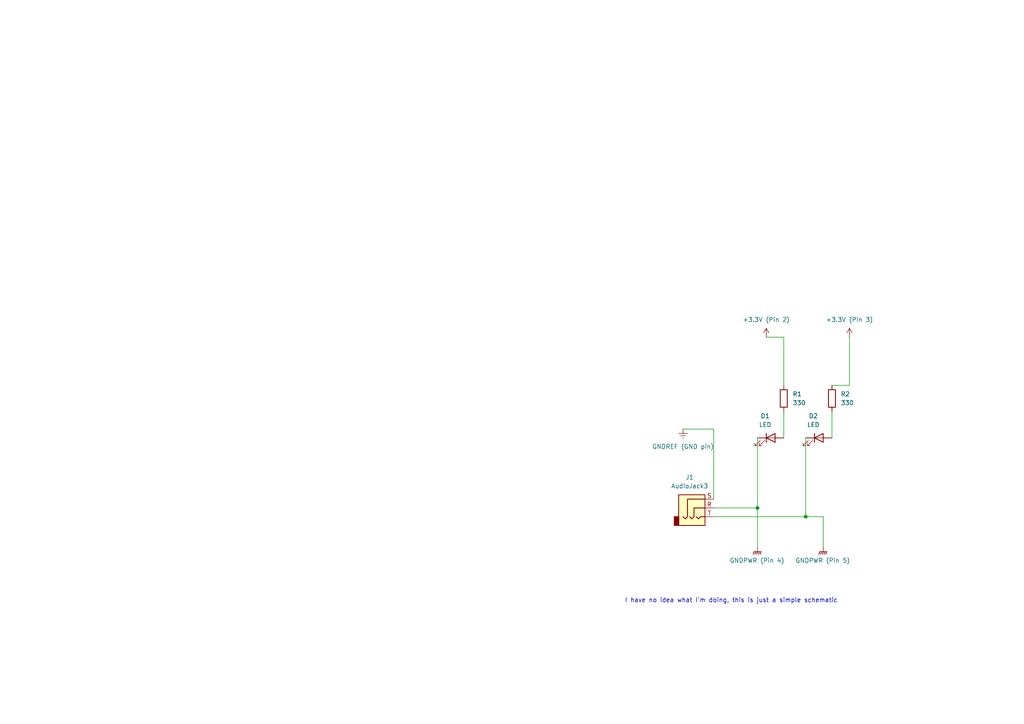
<source format=kicad_sch>
(kicad_sch (version 20250114) (generator "eeschema") (generator_version "9.0")
  (paper "A4")
  (lib_symbols
    (symbol "Connector_Audio:AudioJack3"
      (property "Reference" "J" (at 0 8.89 0))
      (property "Value" "AudioJack3" (at 0 6.35 0))
      (symbol "AudioJack3_0_1"
        (rectangle (start -5.08 -5.08) (end -6.35 -2.54) (stroke (width 0.254)) (fill (type outline)))
        (polyline (pts (xy -1.905 -2.54) (xy -1.27 -3.175) (xy -0.635 -2.54) (xy -0.635 0) (xy 2.54 0)) (stroke (width 0.254)))
        (polyline (pts (xy 0 -2.54) (xy 0.635 -3.175) (xy 1.27 -2.54) (xy 2.54 -2.54)) (stroke (width 0.254)))
        (rectangle (start 2.54 3.81) (end -5.08 -5.08) (stroke (width 0.254)) (fill (type background)))
        (polyline (pts (xy 2.54 2.54) (xy -2.54 2.54) (xy -2.54 -2.54) (xy -3.175 -3.175) (xy -3.81 -2.54)) (stroke (width 0.254)))
      )
      (symbol "AudioJack3_1_1"
        (pin passive line (at 5.08 2.54 180) (length 2.54) (name "~") (number "S"))
        (pin passive line (at 5.08 0 180) (length 2.54) (name "~") (number "R"))
        (pin passive line (at 5.08 -2.54 180) (length 2.54) (name "~") (number "T"))
      )
    )
    (symbol "Device:LED" (pin_numbers (hide yes)) (pin_names (offset 1.016) (hide yes))
      (property "Reference" "D" (at 0 2.54 0))
      (property "Value" "LED" (at 0 -2.54 0))
      (symbol "LED_0_1"
        (polyline (pts (xy -3.048 -0.762) (xy -4.572 -2.286) (xy -3.81 -2.286) (xy -4.572 -2.286) (xy -4.572 -1.524)))
        (polyline (pts (xy -1.778 -0.762) (xy -3.302 -2.286) (xy -2.54 -2.286) (xy -3.302 -2.286) (xy -3.302 -1.524)))
        (polyline (pts (xy -1.27 0) (xy 1.27 0)))
        (polyline (pts (xy -1.27 -1.27) (xy -1.27 1.27)) (stroke (width 0.254)))
        (polyline (pts (xy 1.27 -1.27) (xy 1.27 1.27) (xy -1.27 0) (xy 1.27 -1.27)) (stroke (width 0.254)))
      )
      (symbol "LED_1_1"
        (pin passive line (at -3.81 0 0) (length 2.54) (name "K") (number "1"))
        (pin passive line (at 3.81 0 180) (length 2.54) (name "A") (number "2"))
      )
    )
    (symbol "Device:R" (pin_numbers (hide yes)) (pin_names (offset 0))
      (property "Reference" "R" (at 2.032 0 90))
      (property "Value" "R" (at 0 0 90))
      (symbol "R_0_1"
        (rectangle (start -1.016 -2.54) (end 1.016 2.54) (stroke (width 0.254)))
      )
      (symbol "R_1_1"
        (pin passive line (at 0 3.81 270) (length 1.27) (name "~") (number "1"))
        (pin passive line (at 0 -3.81 90) (length 1.27) (name "~") (number "2"))
      )
    )
    (symbol "power:+3.3V" (power) (pin_numbers (hide yes)) (pin_names (offset 0) (hide yes))
      (property "Value" "+3.3V" (at 0 3.556 0))
      (symbol "+3.3V_0_1"
        (polyline (pts (xy -0.762 1.27) (xy 0 2.54)))
        (polyline (pts (xy 0 2.54) (xy 0.762 1.27)))
        (polyline (pts (xy 0 0) (xy 0 2.54)))
      )
      (symbol "+3.3V_1_1"
        (pin power_in line (at 0 0 90) (length 0) (name "~") (number "1"))
      )
    )
    (symbol "power:GNDPWR" (power) (pin_numbers (hide yes)) (pin_names (offset 0) (hide yes))
      (property "Value" "GNDPWR" (at 0 -3.302 0))
      (symbol "GNDPWR_0_1"
        (polyline (pts (xy -1.016 -1.27) (xy -1.27 -2.032) (xy -1.27 -2.032)) (stroke (width 0.2032)))
        (polyline (pts (xy -0.508 -1.27) (xy -0.762 -2.032) (xy -0.762 -2.032)) (stroke (width 0.2032)))
        (polyline (pts (xy 0 -1.27) (xy 0 0)))
        (polyline (pts (xy 0 -1.27) (xy -0.254 -2.032) (xy -0.254 -2.032)) (stroke (width 0.2032)))
        (polyline (pts (xy 0.508 -1.27) (xy 0.254 -2.032) (xy 0.254 -2.032)) (stroke (width 0.2032)))
        (polyline (pts (xy 1.016 -1.27) (xy -1.016 -1.27) (xy -1.016 -1.27)) (stroke (width 0.2032)))
        (polyline (pts (xy 1.016 -1.27) (xy 0.762 -2.032) (xy 0.762 -2.032) (xy 0.762 -2.032)) (stroke (width 0.2032)))
      )
      (symbol "GNDPWR_1_1"
        (pin power_in line (at 0 0 270) (length 0) (name "~") (number "1"))
      )
    )
    (symbol "power:GNDREF" (power) (pin_numbers (hide yes)) (pin_names (offset 0) (hide yes))
      (property "Value" "GNDREF" (at 0 -3.81 0))
      (symbol "GNDREF_0_1"
        (polyline (pts (xy -0.635 -1.905) (xy 0.635 -1.905)))
        (polyline (pts (xy -0.127 -2.54) (xy 0.127 -2.54)))
        (polyline (pts (xy 0 -1.27) (xy 0 0)))
        (polyline (pts (xy 1.27 -1.27) (xy -1.27 -1.27)))
      )
      (symbol "GNDREF_1_1"
        (pin power_in line (at 0 0 270) (length 0) (name "~") (number "1"))
      )
    )
  )
  (text "I have no idea what I'm doing, this is just a simple schematic" (at 212.09 174.244 0) (effects (font (size 1.27 1.27))))
  (junction (at 219.71 147.32))
  (junction (at 233.68 149.86))
  (wire (pts (xy 246.38 97.79) (xy 246.38 111.76)))
  (wire (pts (xy 219.71 147.32) (xy 219.71 127)))
  (wire (pts (xy 227.33 97.79) (xy 227.33 111.76)))
  (wire (pts (xy 241.3 119.38) (xy 241.3 127)))
  (wire (pts (xy 222.25 97.79) (xy 227.33 97.79)))
  (wire (pts (xy 238.76 149.86) (xy 238.76 158.75)))
  (wire (pts (xy 227.33 119.38) (xy 227.33 127)))
  (wire (pts (xy 219.71 147.32) (xy 219.71 158.75)))
  (wire (pts (xy 207.01 144.78) (xy 207.01 124.46)))
  (wire (pts (xy 238.76 149.86) (xy 233.68 149.86)))
  (wire (pts (xy 207.01 124.46) (xy 198.12 124.46)))
  (wire (pts (xy 233.68 127) (xy 233.68 149.86)))
  (wire (pts (xy 246.38 111.76) (xy 241.3 111.76)))
  (wire (pts (xy 207.01 147.32) (xy 219.71 147.32)))
  (wire (pts (xy 207.01 149.86) (xy 233.68 149.86)))
  (symbol (lib_id "power:GNDPWR") (at 219.71 158.75 0) (unit 1)
    (property "Reference" "#PWR04" (effects (hide yes)))
    (property "Value" "GNDPWR (Pin 4)" (at 219.583 162.56 0))
    (property "Description" "Power symbol creates a global label with name \"GNDPWR\" , global ground" (effects (hide yes)))
  )
  (symbol (lib_id "power:+3.3V") (at 222.25 97.79 0) (unit 1)
    (property "Reference" "#PWR02" (effects (hide yes)))
    (property "Value" "+3.3V (Pin 2)" (at 222.25 92.71 0))
    (property "Description" "Power symbol creates a global label with name \"+3.3V\"" (effects (hide yes)))
  )
  (symbol (lib_id "Device:LED") (at 237.49 127 0) (unit 1)
    (property "Reference" "D2" (at 235.9025 120.65 0))
    (property "Value" "LED" (at 235.9025 123.19 0))
    (property "Description" "Light emitting diode" (effects (hide yes)))
  )
  (symbol (lib_id "power:+3.3V") (at 246.38 97.79 0) (unit 1)
    (property "Reference" "#PWR03" (effects (hide yes)))
    (property "Value" "+3.3V (Pin 3)" (at 246.38 92.71 0))
    (property "Description" "Power symbol creates a global label with name \"+3.3V\"" (effects (hide yes)))
  )
  (symbol (lib_id "power:GNDREF") (at 198.12 124.46 0) (unit 1)
    (property "Reference" "#PWR01" (effects (hide yes)))
    (property "Value" "GNDREF (GND pin)" (at 198.12 129.54 0))
    (property "Description" "Power symbol creates a global label with name \"GNDREF\" , reference supply ground" (effects (hide yes)))
  )
  (symbol (lib_id "Device:R") (at 227.33 115.57 0) (unit 1)
    (property "Reference" "R1" (at 229.87 114.2999 0) (effects (justify left)))
    (property "Value" "330" (at 229.87 116.8399 0) (effects (justify left)))
    (property "Description" "Resistor" (effects (hide yes)))
  )
  (symbol (lib_id "power:GNDPWR") (at 238.76 158.75 0) (unit 1)
    (property "Reference" "#PWR05" (effects (hide yes)))
    (property "Value" "GNDPWR (Pin 5)" (at 238.633 162.56 0))
    (property "Description" "Power symbol creates a global label with name \"GNDPWR\" , global ground" (effects (hide yes)))
  )
  (symbol (lib_id "Device:LED") (at 223.52 127 0) (unit 1)
    (property "Reference" "D1" (at 221.9325 120.65 0))
    (property "Value" "LED" (at 221.9325 123.19 0))
    (property "Description" "Light emitting diode" (effects (hide yes)))
  )
  (symbol (lib_id "Device:R") (at 241.3 115.57 0) (unit 1)
    (property "Reference" "R2" (at 243.84 114.2999 0) (effects (justify left)))
    (property "Value" "330" (at 243.84 116.8399 0) (effects (justify left)))
    (property "Description" "Resistor" (effects (hide yes)))
  )
  (symbol (lib_id "Connector_Audio:AudioJack3") (at 201.93 147.32 0) (unit 1)
    (property "Reference" "J1" (at 200.025 138.43 0))
    (property "Value" "AudioJack3" (at 200.025 140.97 0))
    (property "Description" "Audio Jack, 3 Poles (Stereo / TRS)" (effects (hide yes)))
  )
)
</source>
